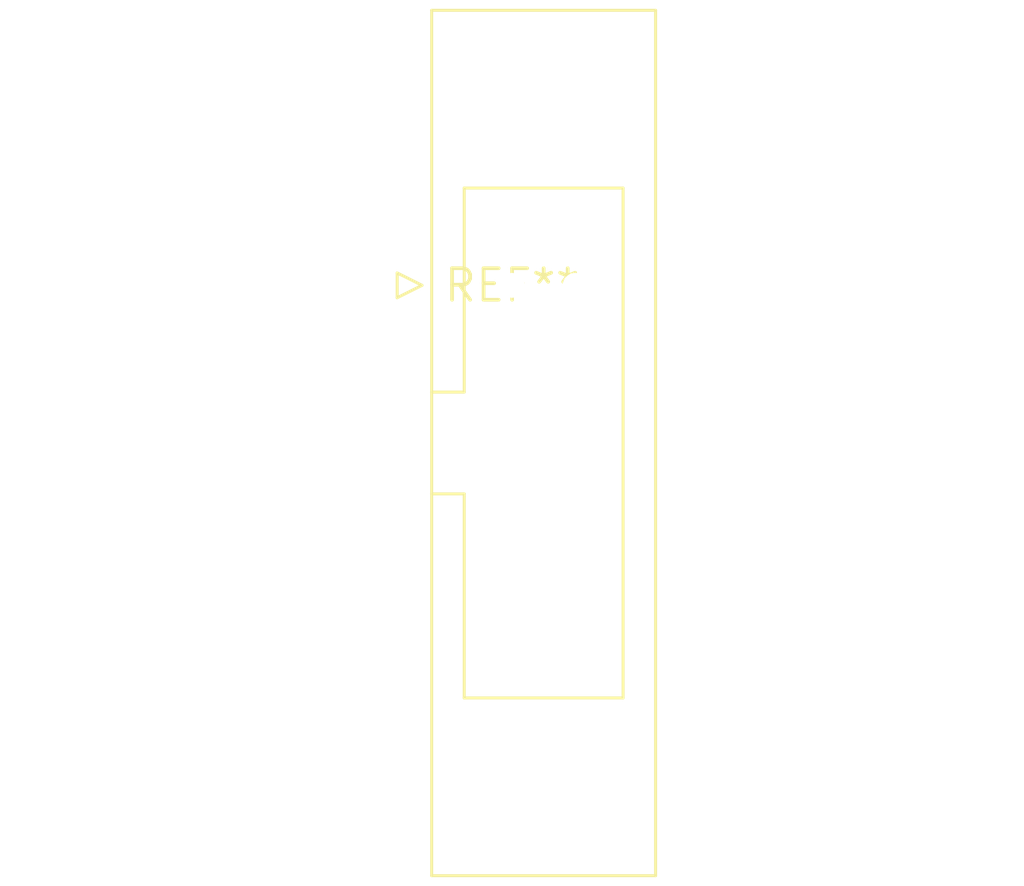
<source format=kicad_pcb>
(kicad_pcb (version 20240108) (generator pcbnew)
  (layers (0 "F.Cu" signal) (31 "B.Cu" signal) (34 "B.Paste" user) (35 "F.Paste" user) (36 "B.SilkS" user "B.Silkscreen") (37 "F.SilkS" user "F.Silkscreen") (38 "B.Mask" user) (39 "F.Mask" user) (44 "Edge.Cuts" user))
  (net 0 "")
  (footprint "IDC-Header_2x06_P2.54mm_Latch_Vertical" (layer "F.Cu") (at 0 0)
    (property "Reference" "REF**")
    (property "Value" "IDC-Header_2x06_P2.54mm_Latch_Vertical")
    (fp_line (start -4.63 -0.5) (end -4.63 0.5) (layer "F.SilkS") (stroke (width 0.12)))
    (fp_line (start -4.63 0.5) (end -3.63 0) (layer "F.SilkS") (stroke (width 0.12)))
    (fp_line (start -3.63 0) (end -4.63 -0.5) (layer "F.SilkS") (stroke (width 0.12)))
    (fp_line (start -3.24 -11.08) (end 5.78 -11.08) (layer "F.SilkS") (stroke (width 0.12)))
    (fp_line (start -3.24 4.3) (end -1.93 4.3) (layer "F.SilkS") (stroke (width 0.12)))
    (fp_line (start -3.24 23.78) (end -3.24 -11.08) (layer "F.SilkS") (stroke (width 0.12)))
    (fp_line (start -1.93 -3.92) (end 4.47 -3.92) (layer "F.SilkS") (stroke (width 0.12)))
    (fp_line (start -1.93 4.3) (end -1.93 -3.92) (layer "F.SilkS") (stroke (width 0.12)))
    (fp_line (start -1.93 8.4) (end -3.24 8.4) (layer "F.SilkS") (stroke (width 0.12)))
    (fp_line (start -1.93 8.4) (end -1.93 8.4) (layer "F.SilkS") (stroke (width 0.12)))
    (fp_line (start -1.93 16.62) (end -1.93 8.4) (layer "F.SilkS") (stroke (width 0.12)))
    (fp_line (start 4.47 -3.92) (end 4.47 16.62) (layer "F.SilkS") (stroke (width 0.12)))
    (fp_line (start 4.47 16.62) (end -1.93 16.62) (layer "F.SilkS") (stroke (width 0.12)))
    (fp_line (start 5.78 -11.08) (end 5.78 23.78) (layer "F.SilkS") (stroke (width 0.12)))
    (fp_line (start 5.78 23.78) (end -3.24 23.78) (layer "F.SilkS") (stroke (width 0.12)))
    (pad "1" thru_hole roundrect (at 0 0) (size 1.7 1.7) (drill 1) (layers *.Cu *.Mask) (remove_unused_layers) (roundrect_rratio 0.147059))
    (pad "2" thru_hole circle (at 2.54 0) (size 1.7 1.7) (drill 1) (layers *.Cu *.Mask) (remove_unused_layers))
    (pad "3" thru_hole circle (at 0 2.54) (size 1.7 1.7) (drill 1) (layers *.Cu *.Mask) (remove_unused_layers))
    (pad "4" thru_hole circle (at 2.54 2.54) (size 1.7 1.7) (drill 1) (layers *.Cu *.Mask) (remove_unused_layers))
    (pad "5" thru_hole circle (at 0 5.08) (size 1.7 1.7) (drill 1) (layers *.Cu *.Mask) (remove_unused_layers))
    (pad "6" thru_hole circle (at 2.54 5.08) (size 1.7 1.7) (drill 1) (layers *.Cu *.Mask) (remove_unused_layers))
    (pad "7" thru_hole circle (at 0 7.62) (size 1.7 1.7) (drill 1) (layers *.Cu *.Mask) (remove_unused_layers))
    (pad "8" thru_hole circle (at 2.54 7.62) (size 1.7 1.7) (drill 1) (layers *.Cu *.Mask) (remove_unused_layers))
    (pad "9" thru_hole circle (at 0 10.16) (size 1.7 1.7) (drill 1) (layers *.Cu *.Mask) (remove_unused_layers))
    (pad "10" thru_hole circle (at 2.54 10.16) (size 1.7 1.7) (drill 1) (layers *.Cu *.Mask) (remove_unused_layers))
    (pad "11" thru_hole circle (at 0 12.7) (size 1.7 1.7) (drill 1) (layers *.Cu *.Mask) (remove_unused_layers))
    (pad "12" thru_hole circle (at 2.54 12.7) (size 1.7 1.7) (drill 1) (layers *.Cu *.Mask) (remove_unused_layers))
  )
)
</source>
